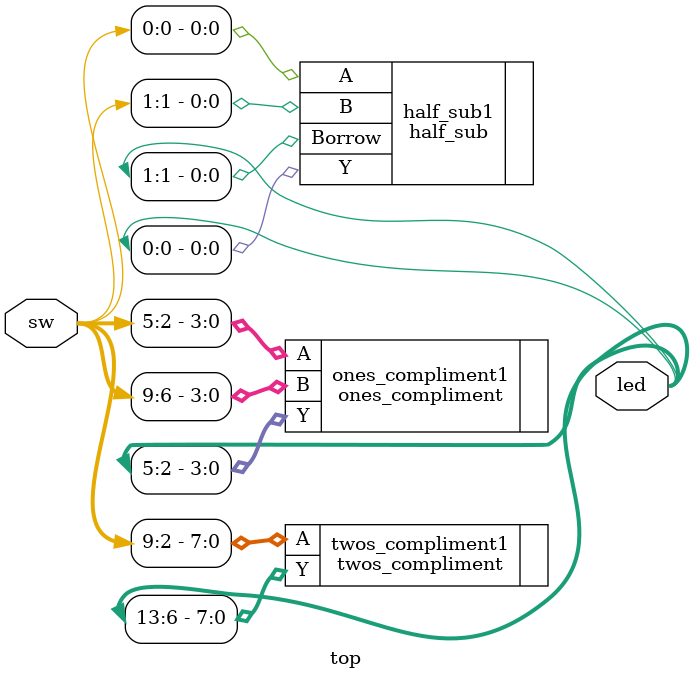
<source format=v>
module top(
    input [9:0]sw,
    output [13:0]led
);
    half_sub half_sub1(
        .A(sw[0]),
        .B(sw[1]),
        .Y(led[0]),
        .Borrow(led[1])
    );
    
    ones_compliment ones_compliment1(
        .A(sw[5:2]),
        .B(sw[9:6]),
        .Y(led[5:2])
    );
    
    twos_compliment twos_compliment1(
	   .A(sw[9:2]),
	   .Y(led[13:6])
	);
    
endmodule
</source>
